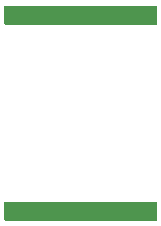
<source format=gbr>
%TF.GenerationSoftware,KiCad,Pcbnew,7.0.7*%
%TF.CreationDate,2023-10-04T11:27:22+02:00*%
%TF.ProjectId,_7mm_sleeper,5f376d6d-5f73-46c6-9565-7065722e6b69,rev?*%
%TF.SameCoordinates,Original*%
%TF.FileFunction,Soldermask,Top*%
%TF.FilePolarity,Negative*%
%FSLAX46Y46*%
G04 Gerber Fmt 4.6, Leading zero omitted, Abs format (unit mm)*
G04 Created by KiCad (PCBNEW 7.0.7) date 2023-10-04 11:27:22*
%MOMM*%
%LPD*%
G01*
G04 APERTURE LIST*
G04 APERTURE END LIST*
G36*
X121543039Y-88219685D02*
G01*
X121588794Y-88272489D01*
X121600000Y-88324000D01*
X121600000Y-89676000D01*
X121580315Y-89743039D01*
X121527511Y-89788794D01*
X121476000Y-89800000D01*
X108724000Y-89800000D01*
X108656961Y-89780315D01*
X108611206Y-89727511D01*
X108600000Y-89676000D01*
X108600000Y-88324000D01*
X108619685Y-88256961D01*
X108672489Y-88211206D01*
X108724000Y-88200000D01*
X121476000Y-88200000D01*
X121543039Y-88219685D01*
G37*
G36*
X121543039Y-104819685D02*
G01*
X121588794Y-104872489D01*
X121600000Y-104924000D01*
X121600000Y-106276000D01*
X121580315Y-106343039D01*
X121527511Y-106388794D01*
X121476000Y-106400000D01*
X108724000Y-106400000D01*
X108656961Y-106380315D01*
X108611206Y-106327511D01*
X108600000Y-106276000D01*
X108600000Y-104924000D01*
X108619685Y-104856961D01*
X108672489Y-104811206D01*
X108724000Y-104800000D01*
X121476000Y-104800000D01*
X121543039Y-104819685D01*
G37*
M02*

</source>
